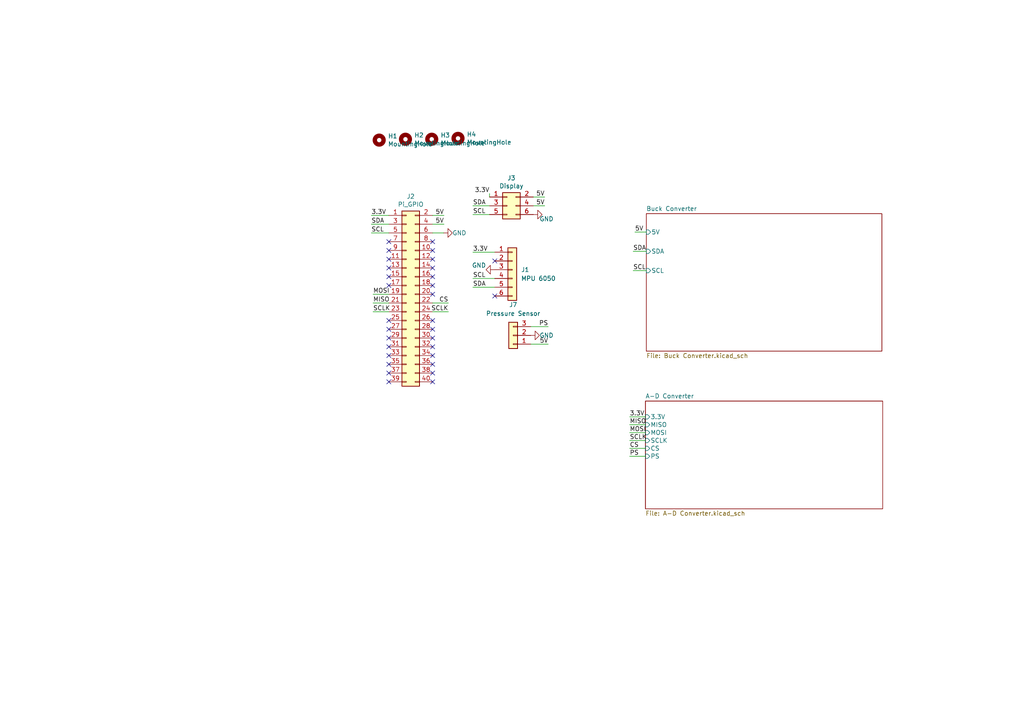
<source format=kicad_sch>
(kicad_sch (version 20211123) (generator eeschema)
  (paper "A4")
  (lib_symbols
    (symbol "24V_Li_batt:Conn_01x06" (pin_names (offset 1.016) hide)
      (property "Reference" "J" (at 0 7.62 0))
      (property "Value" "Conn_01x06" (at 0 -10.16 0))
      (symbol "Conn_01x06_1_1"
        (rectangle (start -1.27 -7.493) (end 0 -7.747) (stroke (width 0.1524)))
        (rectangle (start -1.27 -4.953) (end 0 -5.207) (stroke (width 0.1524)))
        (rectangle (start -1.27 -2.413) (end 0 -2.667) (stroke (width 0.1524)))
        (rectangle (start -1.27 0.127) (end 0 -0.127) (stroke (width 0.1524)))
        (rectangle (start -1.27 2.667) (end 0 2.413) (stroke (width 0.1524)))
        (rectangle (start -1.27 5.207) (end 0 4.953) (stroke (width 0.1524)))
        (rectangle (start -1.27 6.35) (end 1.27 -8.89) (stroke (width 0.254)) (fill (type background)))
        (pin passive line (at -5.08 5.08 0) (length 3.81) (name "Pin_1") (number "1"))
        (pin passive line (at -5.08 2.54 0) (length 3.81) (name "Pin_2") (number "2"))
        (pin passive line (at -5.08 0 0) (length 3.81) (name "Pin_3") (number "3"))
        (pin passive line (at -5.08 -2.54 0) (length 3.81) (name "Pin_4") (number "4"))
        (pin passive line (at -5.08 -5.08 0) (length 3.81) (name "Pin_5") (number "5"))
        (pin passive line (at -5.08 -7.62 0) (length 3.81) (name "Pin_6") (number "6"))
      )
    )
    (symbol "Connector_Generic:Conn_01x03" (pin_names (offset 1.016) hide)
      (property "Reference" "J" (at 0 5.08 0))
      (property "Value" "Conn_01x03" (at 0 -5.08 0))
      (symbol "Conn_01x03_1_1"
        (rectangle (start -1.27 -2.413) (end 0 -2.667) (stroke (width 0.1524)))
        (rectangle (start -1.27 0.127) (end 0 -0.127) (stroke (width 0.1524)))
        (rectangle (start -1.27 2.667) (end 0 2.413) (stroke (width 0.1524)))
        (rectangle (start -1.27 3.81) (end 1.27 -3.81) (stroke (width 0.254)) (fill (type background)))
        (pin passive line (at -5.08 2.54 0) (length 3.81) (name "Pin_1") (number "1"))
        (pin passive line (at -5.08 0 0) (length 3.81) (name "Pin_2") (number "2"))
        (pin passive line (at -5.08 -2.54 0) (length 3.81) (name "Pin_3") (number "3"))
      )
    )
    (symbol "Connector_Generic:Conn_02x03_Odd_Even" (pin_names (offset 1.016) hide)
      (property "Reference" "J" (at 1.27 5.08 0))
      (property "Value" "Conn_02x03_Odd_Even" (at 1.27 -5.08 0))
      (symbol "Conn_02x03_Odd_Even_1_1"
        (rectangle (start -1.27 -2.413) (end 0 -2.667) (stroke (width 0.1524)))
        (rectangle (start -1.27 0.127) (end 0 -0.127) (stroke (width 0.1524)))
        (rectangle (start -1.27 2.667) (end 0 2.413) (stroke (width 0.1524)))
        (rectangle (start -1.27 3.81) (end 3.81 -3.81) (stroke (width 0.254)) (fill (type background)))
        (rectangle (start 3.81 -2.413) (end 2.54 -2.667) (stroke (width 0.1524)))
        (rectangle (start 3.81 0.127) (end 2.54 -0.127) (stroke (width 0.1524)))
        (rectangle (start 3.81 2.667) (end 2.54 2.413) (stroke (width 0.1524)))
        (pin passive line (at -5.08 2.54 0) (length 3.81) (name "Pin_1") (number "1"))
        (pin passive line (at 7.62 2.54 180) (length 3.81) (name "Pin_2") (number "2"))
        (pin passive line (at -5.08 0 0) (length 3.81) (name "Pin_3") (number "3"))
        (pin passive line (at 7.62 0 180) (length 3.81) (name "Pin_4") (number "4"))
        (pin passive line (at -5.08 -2.54 0) (length 3.81) (name "Pin_5") (number "5"))
        (pin passive line (at 7.62 -2.54 180) (length 3.81) (name "Pin_6") (number "6"))
      )
    )
    (symbol "Connector_Generic:Conn_02x20_Odd_Even" (pin_names (offset 1.016) hide)
      (property "Reference" "J" (at 1.27 25.4 0))
      (property "Value" "Conn_02x20_Odd_Even" (at 1.27 -27.94 0))
      (symbol "Conn_02x20_Odd_Even_1_1"
        (rectangle (start -1.27 -25.273) (end 0 -25.527) (stroke (width 0.1524)))
        (rectangle (start -1.27 -22.733) (end 0 -22.987) (stroke (width 0.1524)))
        (rectangle (start -1.27 -20.193) (end 0 -20.447) (stroke (width 0.1524)))
        (rectangle (start -1.27 -17.653) (end 0 -17.907) (stroke (width 0.1524)))
        (rectangle (start -1.27 -15.113) (end 0 -15.367) (stroke (width 0.1524)))
        (rectangle (start -1.27 -12.573) (end 0 -12.827) (stroke (width 0.1524)))
        (rectangle (start -1.27 -10.033) (end 0 -10.287) (stroke (width 0.1524)))
        (rectangle (start -1.27 -7.493) (end 0 -7.747) (stroke (width 0.1524)))
        (rectangle (start -1.27 -4.953) (end 0 -5.207) (stroke (width 0.1524)))
        (rectangle (start -1.27 -2.413) (end 0 -2.667) (stroke (width 0.1524)))
        (rectangle (start -1.27 0.127) (end 0 -0.127) (stroke (width 0.1524)))
        (rectangle (start -1.27 2.667) (end 0 2.413) (stroke (width 0.1524)))
        (rectangle (start -1.27 5.207) (end 0 4.953) (stroke (width 0.1524)))
        (rectangle (start -1.27 7.747) (end 0 7.493) (stroke (width 0.1524)))
        (rectangle (start -1.27 10.287) (end 0 10.033) (stroke (width 0.1524)))
        (rectangle (start -1.27 12.827) (end 0 12.573) (stroke (width 0.1524)))
        (rectangle (start -1.27 15.367) (end 0 15.113) (stroke (width 0.1524)))
        (rectangle (start -1.27 17.907) (end 0 17.653) (stroke (width 0.1524)))
        (rectangle (start -1.27 20.447) (end 0 20.193) (stroke (width 0.1524)))
        (rectangle (start -1.27 22.987) (end 0 22.733) (stroke (width 0.1524)))
        (rectangle (start -1.27 24.13) (end 3.81 -26.67) (stroke (width 0.254)) (fill (type background)))
        (rectangle (start 3.81 -25.273) (end 2.54 -25.527) (stroke (width 0.1524)))
        (rectangle (start 3.81 -22.733) (end 2.54 -22.987) (stroke (width 0.1524)))
        (rectangle (start 3.81 -20.193) (end 2.54 -20.447) (stroke (width 0.1524)))
        (rectangle (start 3.81 -17.653) (end 2.54 -17.907) (stroke (width 0.1524)))
        (rectangle (start 3.81 -15.113) (end 2.54 -15.367) (stroke (width 0.1524)))
        (rectangle (start 3.81 -12.573) (end 2.54 -12.827) (stroke (width 0.1524)))
        (rectangle (start 3.81 -10.033) (end 2.54 -10.287) (stroke (width 0.1524)))
        (rectangle (start 3.81 -7.493) (end 2.54 -7.747) (stroke (width 0.1524)))
        (rectangle (start 3.81 -4.953) (end 2.54 -5.207) (stroke (width 0.1524)))
        (rectangle (start 3.81 -2.413) (end 2.54 -2.667) (stroke (width 0.1524)))
        (rectangle (start 3.81 0.127) (end 2.54 -0.127) (stroke (width 0.1524)))
        (rectangle (start 3.81 2.667) (end 2.54 2.413) (stroke (width 0.1524)))
        (rectangle (start 3.81 5.207) (end 2.54 4.953) (stroke (width 0.1524)))
        (rectangle (start 3.81 7.747) (end 2.54 7.493) (stroke (width 0.1524)))
        (rectangle (start 3.81 10.287) (end 2.54 10.033) (stroke (width 0.1524)))
        (rectangle (start 3.81 12.827) (end 2.54 12.573) (stroke (width 0.1524)))
        (rectangle (start 3.81 15.367) (end 2.54 15.113) (stroke (width 0.1524)))
        (rectangle (start 3.81 17.907) (end 2.54 17.653) (stroke (width 0.1524)))
        (rectangle (start 3.81 20.447) (end 2.54 20.193) (stroke (width 0.1524)))
        (rectangle (start 3.81 22.987) (end 2.54 22.733) (stroke (width 0.1524)))
        (pin passive line (at -5.08 22.86 0) (length 3.81) (name "Pin_1") (number "1"))
        (pin passive line (at 7.62 12.7 180) (length 3.81) (name "Pin_10") (number "10"))
        (pin passive line (at -5.08 10.16 0) (length 3.81) (name "Pin_11") (number "11"))
        (pin passive line (at 7.62 10.16 180) (length 3.81) (name "Pin_12") (number "12"))
        (pin passive line (at -5.08 7.62 0) (length 3.81) (name "Pin_13") (number "13"))
        (pin passive line (at 7.62 7.62 180) (length 3.81) (name "Pin_14") (number "14"))
        (pin passive line (at -5.08 5.08 0) (length 3.81) (name "Pin_15") (number "15"))
        (pin passive line (at 7.62 5.08 180) (length 3.81) (name "Pin_16") (number "16"))
        (pin passive line (at -5.08 2.54 0) (length 3.81) (name "Pin_17") (number "17"))
        (pin passive line (at 7.62 2.54 180) (length 3.81) (name "Pin_18") (number "18"))
        (pin passive line (at -5.08 0 0) (length 3.81) (name "Pin_19") (number "19"))
        (pin passive line (at 7.62 22.86 180) (length 3.81) (name "Pin_2") (number "2"))
        (pin passive line (at 7.62 0 180) (length 3.81) (name "Pin_20") (number "20"))
        (pin passive line (at -5.08 -2.54 0) (length 3.81) (name "Pin_21") (number "21"))
        (pin passive line (at 7.62 -2.54 180) (length 3.81) (name "Pin_22") (number "22"))
        (pin passive line (at -5.08 -5.08 0) (length 3.81) (name "Pin_23") (number "23"))
        (pin passive line (at 7.62 -5.08 180) (length 3.81) (name "Pin_24") (number "24"))
        (pin passive line (at -5.08 -7.62 0) (length 3.81) (name "Pin_25") (number "25"))
        (pin passive line (at 7.62 -7.62 180) (length 3.81) (name "Pin_26") (number "26"))
        (pin passive line (at -5.08 -10.16 0) (length 3.81) (name "Pin_27") (number "27"))
        (pin passive line (at 7.62 -10.16 180) (length 3.81) (name "Pin_28") (number "28"))
        (pin passive line (at -5.08 -12.7 0) (length 3.81) (name "Pin_29") (number "29"))
        (pin passive line (at -5.08 20.32 0) (length 3.81) (name "Pin_3") (number "3"))
        (pin passive line (at 7.62 -12.7 180) (length 3.81) (name "Pin_30") (number "30"))
        (pin passive line (at -5.08 -15.24 0) (length 3.81) (name "Pin_31") (number "31"))
        (pin passive line (at 7.62 -15.24 180) (length 3.81) (name "Pin_32") (number "32"))
        (pin passive line (at -5.08 -17.78 0) (length 3.81) (name "Pin_33") (number "33"))
        (pin passive line (at 7.62 -17.78 180) (length 3.81) (name "Pin_34") (number "34"))
        (pin passive line (at -5.08 -20.32 0) (length 3.81) (name "Pin_35") (number "35"))
        (pin passive line (at 7.62 -20.32 180) (length 3.81) (name "Pin_36") (number "36"))
        (pin passive line (at -5.08 -22.86 0) (length 3.81) (name "Pin_37") (number "37"))
        (pin passive line (at 7.62 -22.86 180) (length 3.81) (name "Pin_38") (number "38"))
        (pin passive line (at -5.08 -25.4 0) (length 3.81) (name "Pin_39") (number "39"))
        (pin passive line (at 7.62 20.32 180) (length 3.81) (name "Pin_4") (number "4"))
        (pin passive line (at 7.62 -25.4 180) (length 3.81) (name "Pin_40") (number "40"))
        (pin passive line (at -5.08 17.78 0) (length 3.81) (name "Pin_5") (number "5"))
        (pin passive line (at 7.62 17.78 180) (length 3.81) (name "Pin_6") (number "6"))
        (pin passive line (at -5.08 15.24 0) (length 3.81) (name "Pin_7") (number "7"))
        (pin passive line (at 7.62 15.24 180) (length 3.81) (name "Pin_8") (number "8"))
        (pin passive line (at -5.08 12.7 0) (length 3.81) (name "Pin_9") (number "9"))
      )
    )
    (symbol "Mechanical:MountingHole" (pin_names (offset 1.016))
      (property "Reference" "H" (at 0 5.08 0))
      (property "Value" "MountingHole" (at 0 3.175 0))
      (symbol "MountingHole_0_1"
        (circle (center 0 0) (radius 1.27) (stroke (width 1.27)))
      )
    )
    (symbol "power:GND" (power) (pin_names (offset 0))
      (property "Value" "GND" (at 0 -3.81 0))
      (symbol "GND_0_1"
        (polyline (pts (xy 0 0) (xy 0 -1.27) (xy 1.27 -1.27) (xy 0 -2.54) (xy -1.27 -1.27) (xy 0 -1.27)))
      )
      (symbol "GND_1_1"
        (pin power_in line (at 0 0 270) (length 0) hide (name "GND") (number "1"))
      )
    )
  )
  (no_connect (at 125.476 80.264))
  (no_connect (at 125.476 82.804))
  (no_connect (at 125.476 110.744))
  (no_connect (at 112.776 103.124))
  (no_connect (at 112.776 95.504))
  (no_connect (at 125.476 108.204))
  (no_connect (at 125.476 103.124))
  (no_connect (at 112.776 92.964))
  (no_connect (at 112.776 100.584))
  (no_connect (at 112.776 80.264))
  (no_connect (at 112.776 72.644))
  (no_connect (at 125.476 98.044))
  (no_connect (at 143.51 85.852))
  (no_connect (at 125.476 77.724))
  (no_connect (at 125.476 75.184))
  (no_connect (at 112.776 98.044))
  (no_connect (at 143.51 75.692))
  (no_connect (at 125.476 70.104))
  (no_connect (at 125.476 72.644))
  (no_connect (at 125.476 92.964))
  (no_connect (at 125.476 100.584))
  (no_connect (at 112.776 82.804))
  (no_connect (at 112.776 108.204))
  (no_connect (at 125.476 85.344))
  (no_connect (at 112.776 70.104))
  (no_connect (at 125.476 95.504))
  (no_connect (at 112.776 110.744))
  (no_connect (at 112.776 75.184))
  (no_connect (at 125.476 105.664))
  (no_connect (at 112.776 105.664))
  (no_connect (at 112.776 77.724))
  (wire (pts (xy 125.476 67.564) (xy 128.651 67.564)))
  (wire (pts (xy 157.988 59.69) (xy 154.686 59.69)))
  (wire (pts (xy 108.204 90.424) (xy 112.776 90.424)))
  (wire (pts (xy 141.986 59.69) (xy 137.16 59.69)))
  (wire (pts (xy 107.696 62.484) (xy 112.776 62.484)))
  (wire (pts (xy 130.048 90.424) (xy 125.476 90.424)))
  (wire (pts (xy 137.16 83.312) (xy 143.51 83.312)))
  (wire (pts (xy 182.626 123.19) (xy 187.198 123.19)))
  (wire (pts (xy 107.696 67.564) (xy 112.776 67.564)))
  (wire (pts (xy 137.16 73.152) (xy 143.51 73.152)))
  (wire (pts (xy 182.626 120.904) (xy 187.198 120.904)))
  (wire (pts (xy 128.778 65.024) (xy 125.476 65.024)))
  (wire (pts (xy 182.626 127.762) (xy 187.198 127.762)))
  (wire (pts (xy 137.16 80.772) (xy 143.51 80.772)))
  (wire (pts (xy 183.642 78.486) (xy 187.452 78.486)))
  (wire (pts (xy 182.626 125.476) (xy 187.198 125.476)))
  (wire (pts (xy 107.696 65.024) (xy 112.776 65.024)))
  (wire (pts (xy 125.476 87.884) (xy 130.048 87.884)))
  (wire (pts (xy 108.204 87.884) (xy 112.776 87.884)))
  (wire (pts (xy 182.626 130.048) (xy 187.198 130.048)))
  (wire (pts (xy 153.924 99.822) (xy 159.004 99.822)))
  (wire (pts (xy 141.986 57.15) (xy 141.986 56.134)))
  (wire (pts (xy 187.452 67.31) (xy 184.15 67.31)))
  (wire (pts (xy 141.986 62.23) (xy 137.16 62.23)))
  (wire (pts (xy 187.452 72.898) (xy 183.642 72.898)))
  (wire (pts (xy 153.924 94.742) (xy 159.004 94.742)))
  (wire (pts (xy 128.778 62.484) (xy 125.476 62.484)))
  (wire (pts (xy 108.204 85.344) (xy 112.776 85.344)))
  (wire (pts (xy 157.988 57.15) (xy 154.686 57.15)))
  (wire (pts (xy 182.626 132.334) (xy 187.198 132.334)))
  (label "5V" (at 128.778 65.024 180))
  (label "MOSI" (at 108.204 85.344 0))
  (label "3.3V" (at 137.16 73.152 0))
  (label "3.3V" (at 182.626 120.904 0))
  (label "3.3V" (at 141.986 56.134 180))
  (label "SDA" (at 107.696 65.024 0))
  (label "SCL" (at 137.16 62.23 0))
  (label "SDA" (at 183.642 72.898 0))
  (label "3.3V" (at 107.696 62.484 0))
  (label "PS" (at 182.626 132.334 0))
  (label "SCLK" (at 108.204 90.424 0))
  (label "CS" (at 182.626 130.048 0))
  (label "5V" (at 157.988 59.69 180))
  (label "CS" (at 130.048 87.884 180))
  (label "MOSI" (at 182.626 125.476 0))
  (label "PS" (at 159.004 94.742 180))
  (label "MISO" (at 182.626 123.19 0))
  (label "SCL" (at 137.16 80.772 0))
  (label "SDA" (at 137.16 83.312 0))
  (label "5V" (at 184.15 67.31 0))
  (label "SCL" (at 107.696 67.564 0))
  (label "SDA" (at 137.16 59.69 0))
  (label "SCL" (at 183.642 78.486 0))
  (label "MISO" (at 108.204 87.884 0))
  (label "5V" (at 157.988 57.15 180))
  (label "SCLK" (at 182.626 127.762 0))
  (label "SCLK" (at 130.048 90.424 180))
  (label "5V" (at 128.778 62.484 180))
  (label "5V" (at 159.004 99.822 180))
  (symbol (lib_id "Connector_Generic:Conn_02x20_Odd_Even") (at 117.856 85.344 0) (unit 1)
    (property "Reference" "J2" (at 119.126 56.9722 0))
    (property "Value" "Pi_GPIO" (at 119.126 59.2836 0))
    (property "Footprint" "Connector_PinHeader_2.54mm:PinHeader_2x20_P2.54mm_Vertical" (effects hide))
  )
  (symbol (lib_id "Connector_Generic:Conn_02x03_Odd_Even") (at 147.066 59.69 0) (unit 1)
    (property "Reference" "J3" (at 148.336 51.6382 0))
    (property "Value" "Display" (at 148.336 53.9496 0))
    (property "Footprint" "Connector_PinHeader_2.54mm:PinHeader_2x03_P2.54mm_Vertical" (effects hide))
  )
  (symbol (lib_id "Mechanical:MountingHole") (at 109.982 40.64 0) (unit 1)
    (property "Reference" "H1" (at 112.522 39.4716 0) (effects (justify left)))
    (property "Value" "MountingHole" (at 112.522 41.783 0) (effects (justify left)))
    (property "Footprint" "MountingHole:MountingHole_2.5mm" (effects hide))
  )
  (symbol (lib_id "Mechanical:MountingHole") (at 117.602 40.386 0) (unit 1)
    (property "Reference" "H2" (at 120.142 39.2176 0) (effects (justify left)))
    (property "Value" "MountingHole" (at 120.142 41.529 0) (effects (justify left)))
    (property "Footprint" "MountingHole:MountingHole_2.5mm" (effects hide))
  )
  (symbol (lib_id "Mechanical:MountingHole") (at 125.222 40.386 0) (unit 1)
    (property "Reference" "H3" (at 127.762 39.2176 0) (effects (justify left)))
    (property "Value" "MountingHole" (at 127.762 41.529 0) (effects (justify left)))
    (property "Footprint" "MountingHole:MountingHole_2.5mm" (effects hide))
  )
  (symbol (lib_id "Mechanical:MountingHole") (at 132.842 40.132 0) (unit 1)
    (property "Reference" "H4" (at 135.382 38.9636 0) (effects (justify left)))
    (property "Value" "MountingHole" (at 135.382 41.275 0) (effects (justify left)))
    (property "Footprint" "MountingHole:MountingHole_2.5mm" (effects hide))
  )
  (symbol (lib_id "power:GND") (at 128.651 67.564 90) (unit 1)
    (property "Reference" "#PWR0107" (effects hide))
    (property "Value" "GND" (at 131.191 67.564 90) (effects (justify right)))
  )
  (symbol (lib_id "power:GND") (at 154.686 62.23 90) (unit 1)
    (property "Reference" "#PWR0108" (effects hide))
    (property "Value" "GND" (at 156.464 63.5 90) (effects (justify right)))
  )
  (symbol (lib_id "power:GND") (at 143.51 78.232 270) (unit 1)
    (property "Reference" "#PWR0109" (effects hide))
    (property "Value" "GND" (at 140.97 76.962 90) (effects (justify right)))
  )
  (symbol (lib_id "24V_Li_batt:Conn_01x06") (at 148.59 78.232 0) (unit 1)
    (property "Reference" "J1" (at 151.13 78.2319 0) (effects (justify left)))
    (property "Value" "MPU 6050" (at 151.13 80.7719 0) (effects (justify left)))
    (property "Footprint" "Connector_PinHeader_2.54mm:PinHeader_1x06_P2.54mm_Vertical" (effects hide))
  )
  (symbol (lib_id "power:GND") (at 153.924 97.282 90) (unit 1)
    (property "Reference" "#PWR0111" (effects hide))
    (property "Value" "GND" (at 156.464 97.282 90) (effects (justify right)))
  )
  (symbol (lib_id "Connector_Generic:Conn_01x03") (at 148.844 97.282 180) (unit 1)
    (property "Reference" "J7" (at 148.844 88.392 0))
    (property "Value" "Pressure Sensor" (at 148.844 90.932 0))
    (property "Footprint" "Connector_PinHeader_2.54mm:PinHeader_1x03_P2.54mm_Vertical" (effects hide))
    (property "Datasheet" "https://www.te.com/commerce/DocumentDelivery/DDEController?Action=srchrtrv&DocNm=MSP340&DocType=Data+Sheet&DocLang=English" (effects hide))
  )
  (sheet (at 187.452 61.976) (size 68.326 39.878)
    (property "Sheet name" "Buck Converter" (at 187.452 61.2644 0) (effects (justify left bottom)))
    (property "Sheet file" "Buck Converter.kicad_sch" (at 187.452 102.4386 0) (effects (justify left top)))
    (pin "5V" input (at 187.452 67.31 180))
    (pin "SDA" input (at 187.452 72.898 180))
    (pin "SCL" input (at 187.452 78.486 180))
  )
  (sheet (at 187.198 116.332) (size 68.834 31.242) (stroke (width 0.1524))
    (property "Sheet name" "A-D Converter" (at 187.198 115.6204 0) (effects (justify left bottom)))
    (property "Sheet file" "A-D Converter.kicad_sch" (at 187.198 148.1586 0) (effects (justify left top)))
    (pin "3.3V" input (at 187.198 120.904 180))
    (pin "MISO" input (at 187.198 123.19 180))
    (pin "MOSI" input (at 187.198 125.476 180))
    (pin "SCLK" input (at 187.198 127.762 180))
    (pin "CS" input (at 187.198 130.048 180))
    (pin "PS" input (at 187.198 132.334 180))
  )
)
</source>
